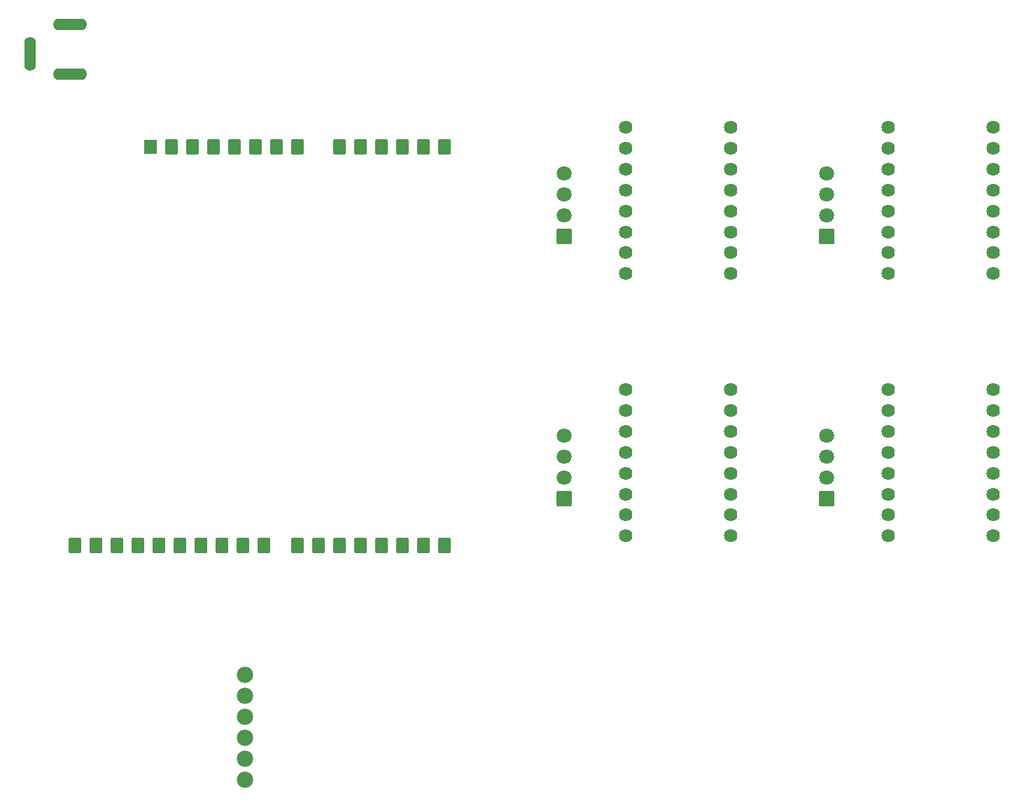
<source format=gts>
G04 Layer: TopSolderMaskLayer*
G04 EasyEDA v6.5.34, 2023-10-02 14:14:04*
G04 f8cec7c47a1a460abc9a27ceab174a81,9d3d63f08f7d425b882531a970cedf0e,10*
G04 Gerber Generator version 0.2*
G04 Scale: 100 percent, Rotated: No, Reflected: No *
G04 Dimensions in inches *
G04 leading zeros omitted , absolute positions ,3 integer and 6 decimal *
%FSLAX36Y36*%
%MOIN*%

%AMMACRO1*1,1,$1,$2,$3*1,1,$1,$4,$5*1,1,$1,0-$2,0-$3*1,1,$1,0-$4,0-$5*20,1,$1,$2,$3,$4,$5,0*20,1,$1,$4,$5,0-$2,0-$3,0*20,1,$1,0-$2,0-$3,0-$4,0-$5,0*20,1,$1,0-$4,0-$5,$2,$3,0*4,1,4,$2,$3,$4,$5,0-$2,0-$3,0-$4,0-$5,$2,$3,0*%
%ADD10MACRO1,0.004X0.028X-0.0336X0.028X0.0336*%
%ADD11MACRO1,0.004X-0.028X0.0336X-0.028X-0.0336*%
%ADD12R,0.0600X0.0712*%
%ADD13C,0.0780*%
%ADD14O,0.05518100000000001X0.16147999999999998*%
%ADD15O,0.16147999999999998X0.05518100000000001*%
%ADD16MACRO1,0.004X-0.0335X-0.0335X-0.0335X0.0335*%
%ADD17C,0.0709*%
%ADD18C,0.0640*%

%LPD*%
D10*
G01*
X2150000Y2429994D03*
G01*
X2050000Y2430000D03*
G01*
X1950000Y2430000D03*
G01*
X1850000Y2430000D03*
G01*
X1750000Y2430000D03*
G01*
X1650000Y2430000D03*
G01*
X1550000Y2430000D03*
G01*
X1450000Y2430000D03*
G01*
X1350000Y2430000D03*
G01*
X1250000Y2430000D03*
G01*
X3009994Y2430000D03*
G01*
X2909994Y2430000D03*
G01*
X2809994Y2430000D03*
G01*
X2709994Y2429994D03*
G01*
X2609994Y2429994D03*
G01*
X2510000Y2429994D03*
G01*
X2410000Y2429994D03*
G01*
X2310000Y2429994D03*
D11*
G01*
X2510000Y4329990D03*
G01*
X2610000Y4329990D03*
G01*
X2710000Y4329990D03*
G01*
X2810000Y4329990D03*
G01*
X2910000Y4329990D03*
G01*
X3010000Y4329990D03*
D12*
G01*
X1610000Y4330000D03*
D11*
G01*
X1710000Y4329990D03*
G01*
X1810000Y4329990D03*
G01*
X1910000Y4329990D03*
G01*
X2010000Y4329990D03*
G01*
X2110000Y4329990D03*
G01*
X2210000Y4329990D03*
G01*
X2310000Y4329990D03*
D13*
G01*
X2060000Y1315000D03*
G01*
X2060000Y1415000D03*
G01*
X2060000Y1515000D03*
G01*
X2060000Y1615000D03*
G01*
X2060000Y1715000D03*
G01*
X2060000Y1815000D03*
D14*
G01*
X1035550Y4775340D03*
D15*
G01*
X1224530Y4913130D03*
G01*
X1224530Y4676909D03*
D16*
G01*
X3580000Y3905000D03*
D17*
G01*
X3580000Y4005000D03*
G01*
X3580000Y4105000D03*
G01*
X3580000Y4205000D03*
D16*
G01*
X3580000Y2655000D03*
D17*
G01*
X3580000Y2755000D03*
G01*
X3580000Y2855000D03*
G01*
X3580000Y2955000D03*
D16*
G01*
X4830000Y3905000D03*
D17*
G01*
X4830000Y4005000D03*
G01*
X4830000Y4105000D03*
G01*
X4830000Y4205000D03*
D16*
G01*
X4830000Y2655000D03*
D17*
G01*
X4830000Y2755000D03*
G01*
X4830000Y2855000D03*
G01*
X4830000Y2955000D03*
D18*
G01*
X4372079Y3726999D03*
G01*
X4372079Y3826430D03*
G01*
X4372079Y3925859D03*
G01*
X4372079Y4025279D03*
G01*
X4372079Y4124710D03*
G01*
X4372079Y4224140D03*
G01*
X4372079Y4323570D03*
G01*
X4372079Y4423000D03*
G01*
X3871999Y3727029D03*
G01*
X3871999Y3826460D03*
G01*
X3871999Y3925880D03*
G01*
X3871999Y4025309D03*
G01*
X3871999Y4124740D03*
G01*
X3871999Y4224169D03*
G01*
X3871999Y4323600D03*
G01*
X3871999Y4423029D03*
G01*
X4372079Y2476999D03*
G01*
X4372079Y2576430D03*
G01*
X4372079Y2675859D03*
G01*
X4372079Y2775279D03*
G01*
X4372079Y2874710D03*
G01*
X4372079Y2974140D03*
G01*
X4372079Y3073569D03*
G01*
X4372079Y3173000D03*
G01*
X3871999Y2477029D03*
G01*
X3871999Y2576460D03*
G01*
X3871999Y2675880D03*
G01*
X3871999Y2775309D03*
G01*
X3871999Y2874740D03*
G01*
X3871999Y2974169D03*
G01*
X3871999Y3073600D03*
G01*
X3871999Y3173029D03*
G01*
X5622079Y3726999D03*
G01*
X5622079Y3826430D03*
G01*
X5622079Y3925859D03*
G01*
X5622079Y4025279D03*
G01*
X5622079Y4124710D03*
G01*
X5622079Y4224140D03*
G01*
X5622079Y4323570D03*
G01*
X5622079Y4423000D03*
G01*
X5121999Y3727029D03*
G01*
X5121999Y3826460D03*
G01*
X5121999Y3925880D03*
G01*
X5121999Y4025309D03*
G01*
X5121999Y4124740D03*
G01*
X5121999Y4224169D03*
G01*
X5121999Y4323600D03*
G01*
X5121999Y4423029D03*
G01*
X5622079Y2476999D03*
G01*
X5622079Y2576430D03*
G01*
X5622079Y2675859D03*
G01*
X5622079Y2775279D03*
G01*
X5622079Y2874710D03*
G01*
X5622079Y2974140D03*
G01*
X5622079Y3073569D03*
G01*
X5622079Y3173000D03*
G01*
X5121999Y2477029D03*
G01*
X5121999Y2576460D03*
G01*
X5121999Y2675880D03*
G01*
X5121999Y2775309D03*
G01*
X5121999Y2874740D03*
G01*
X5121999Y2974169D03*
G01*
X5121999Y3073600D03*
G01*
X5121999Y3173029D03*
M02*

</source>
